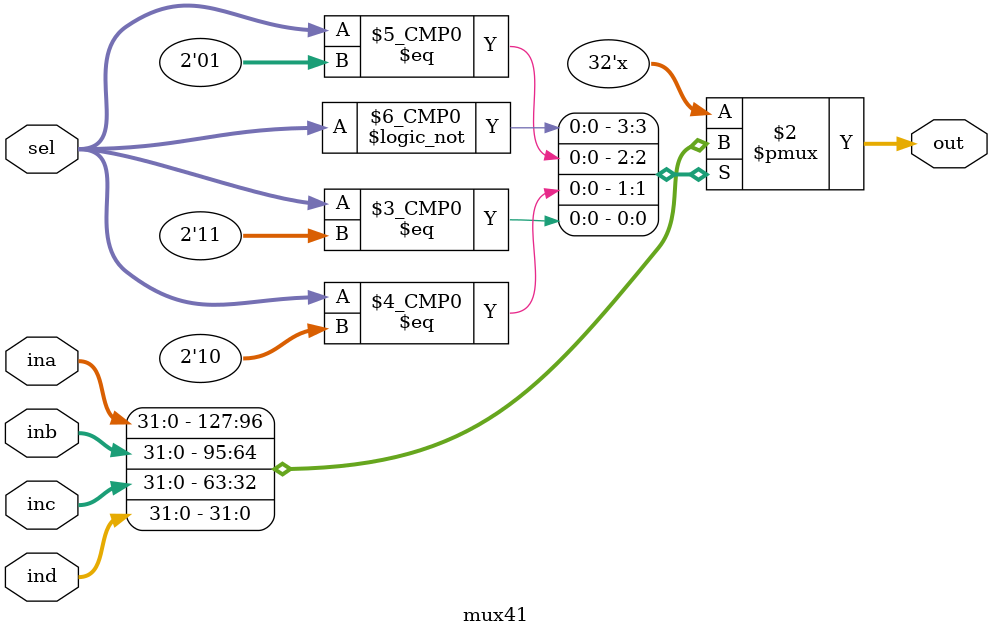
<source format=v>
`timescale 1ns / 1ps


module mux41(
    input[31:0] ina,inb,inc,ind,
    input [1:0]sel,
    output reg [31:0] out
    );
    
    always @ (ina or inb or inc or ind or sel)
        begin
            case (sel)
                2'b00 : out <= ina;
                2'b01 : out <= inb;
                2'b10 : out <= inc;
                2'b11 : out <= ind;
            endcase
        end
endmodule

</source>
